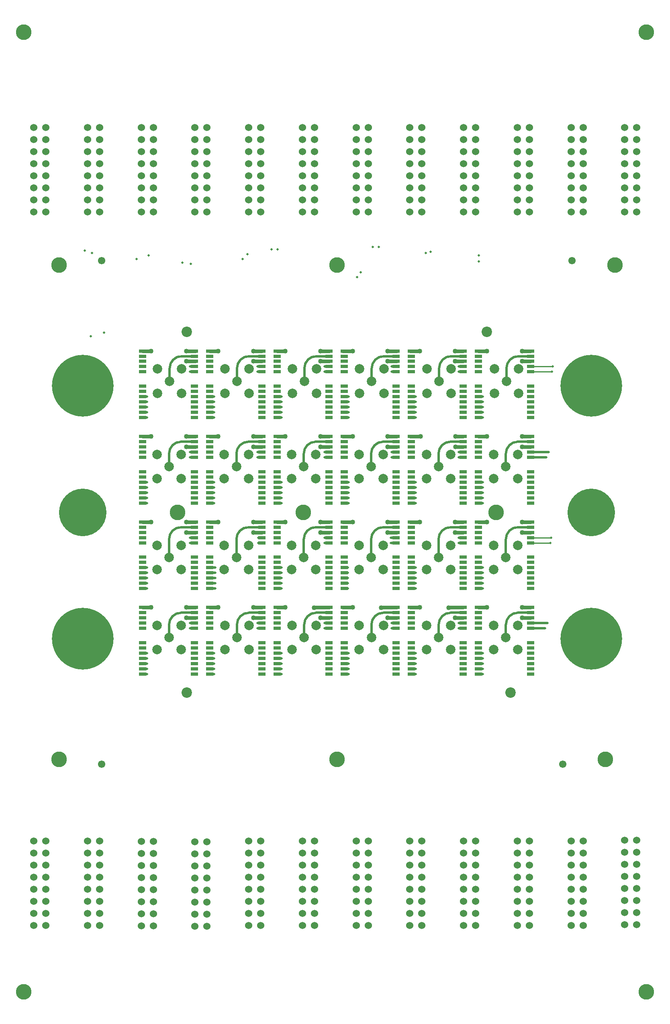
<source format=gtl>
G04*
G04 #@! TF.GenerationSoftware,Altium Limited,Altium Designer,23.7.1 (13)*
G04*
G04 Layer_Physical_Order=1*
G04 Layer_Color=255*
%FSLAX44Y44*%
%MOMM*%
G71*
G04*
G04 #@! TF.SameCoordinates,18148A51-D3F6-497A-8191-E25F5C0AB562*
G04*
G04*
G04 #@! TF.FilePolarity,Positive*
G04*
G01*
G75*
%ADD11C,0.2540*%
%ADD12R,1.5000X0.8000*%
%ADD24C,0.5080*%
%ADD25C,0.7620*%
%ADD26C,2.0000*%
%ADD27C,1.5240*%
%ADD28C,13.0000*%
%ADD29C,2.2000*%
%ADD30C,3.3000*%
%ADD31C,1.5500*%
%ADD32C,2.2000*%
%ADD33C,13.0017*%
%ADD34C,10.0000*%
%ADD35C,3.3000*%
%ADD36C,0.5080*%
%ADD37C,1.0160*%
D11*
X1091466Y1345996D02*
X1137970D01*
X1091466Y1334996D02*
X1136622D01*
X1091466Y975020D02*
X1133636D01*
X1091466Y986020D02*
X1134984D01*
D12*
X666666Y878796D02*
D03*
Y889796D02*
D03*
Y900796D02*
D03*
Y911796D02*
D03*
Y922796D02*
D03*
Y933796D02*
D03*
Y944796D02*
D03*
Y974996D02*
D03*
Y985996D02*
D03*
Y996996D02*
D03*
Y1007996D02*
D03*
Y1018996D02*
D03*
X557266D02*
D03*
Y1007996D02*
D03*
Y996996D02*
D03*
Y985996D02*
D03*
Y974996D02*
D03*
Y944796D02*
D03*
Y933796D02*
D03*
Y922796D02*
D03*
Y911796D02*
D03*
Y900796D02*
D03*
Y889796D02*
D03*
Y878796D02*
D03*
X840466D02*
D03*
Y889796D02*
D03*
Y900796D02*
D03*
Y911796D02*
D03*
Y922796D02*
D03*
Y933796D02*
D03*
Y944796D02*
D03*
Y974996D02*
D03*
Y985996D02*
D03*
Y996996D02*
D03*
Y1007996D02*
D03*
Y1018996D02*
D03*
X949866D02*
D03*
Y1007996D02*
D03*
Y996996D02*
D03*
Y985996D02*
D03*
Y974996D02*
D03*
Y944796D02*
D03*
Y933796D02*
D03*
Y922796D02*
D03*
Y911796D02*
D03*
Y900796D02*
D03*
Y889796D02*
D03*
Y878796D02*
D03*
X1091466Y1238796D02*
D03*
Y1249796D02*
D03*
Y1260796D02*
D03*
Y1271796D02*
D03*
Y1282796D02*
D03*
Y1293796D02*
D03*
Y1304796D02*
D03*
Y1334996D02*
D03*
Y1345996D02*
D03*
Y1356996D02*
D03*
Y1367996D02*
D03*
Y1378996D02*
D03*
X982066D02*
D03*
Y1367996D02*
D03*
Y1356996D02*
D03*
Y1345996D02*
D03*
Y1334996D02*
D03*
Y1304796D02*
D03*
Y1293796D02*
D03*
Y1282796D02*
D03*
Y1271796D02*
D03*
Y1260796D02*
D03*
Y1249796D02*
D03*
Y1238796D02*
D03*
X840466Y698796D02*
D03*
Y709796D02*
D03*
Y720796D02*
D03*
Y731796D02*
D03*
Y742796D02*
D03*
Y753796D02*
D03*
Y764796D02*
D03*
Y794996D02*
D03*
Y805996D02*
D03*
Y816996D02*
D03*
Y827996D02*
D03*
Y838996D02*
D03*
X949866D02*
D03*
Y827996D02*
D03*
Y816996D02*
D03*
Y805996D02*
D03*
Y794996D02*
D03*
Y764796D02*
D03*
Y753796D02*
D03*
Y742796D02*
D03*
Y731796D02*
D03*
Y720796D02*
D03*
Y709796D02*
D03*
Y698796D02*
D03*
X1091466Y1058796D02*
D03*
Y1069796D02*
D03*
Y1080796D02*
D03*
Y1091796D02*
D03*
Y1102796D02*
D03*
Y1113796D02*
D03*
Y1124796D02*
D03*
Y1154996D02*
D03*
Y1165996D02*
D03*
Y1176996D02*
D03*
Y1187996D02*
D03*
Y1198996D02*
D03*
X982066D02*
D03*
Y1187996D02*
D03*
Y1176996D02*
D03*
Y1165996D02*
D03*
Y1154996D02*
D03*
Y1124796D02*
D03*
Y1113796D02*
D03*
Y1102796D02*
D03*
Y1091796D02*
D03*
Y1080796D02*
D03*
Y1069796D02*
D03*
Y1058796D02*
D03*
X698866Y698796D02*
D03*
Y709796D02*
D03*
Y720796D02*
D03*
Y731796D02*
D03*
Y742796D02*
D03*
Y753796D02*
D03*
Y764796D02*
D03*
Y794996D02*
D03*
Y805996D02*
D03*
Y816996D02*
D03*
Y827996D02*
D03*
Y838996D02*
D03*
X808266D02*
D03*
Y827996D02*
D03*
Y816996D02*
D03*
Y805996D02*
D03*
Y794996D02*
D03*
Y764796D02*
D03*
Y753796D02*
D03*
Y742796D02*
D03*
Y731796D02*
D03*
Y720796D02*
D03*
Y709796D02*
D03*
Y698796D02*
D03*
X1091466Y878796D02*
D03*
Y889796D02*
D03*
Y900796D02*
D03*
Y911796D02*
D03*
Y922796D02*
D03*
Y933796D02*
D03*
Y944796D02*
D03*
Y974996D02*
D03*
Y985996D02*
D03*
Y996996D02*
D03*
Y1007996D02*
D03*
Y1018996D02*
D03*
X982066D02*
D03*
Y1007996D02*
D03*
Y996996D02*
D03*
Y985996D02*
D03*
Y974996D02*
D03*
Y944796D02*
D03*
Y933796D02*
D03*
Y922796D02*
D03*
Y911796D02*
D03*
Y900796D02*
D03*
Y889796D02*
D03*
Y878796D02*
D03*
X698866D02*
D03*
Y889796D02*
D03*
Y900796D02*
D03*
Y911796D02*
D03*
Y922796D02*
D03*
Y933796D02*
D03*
Y944796D02*
D03*
Y974996D02*
D03*
Y985996D02*
D03*
Y996996D02*
D03*
Y1007996D02*
D03*
Y1018996D02*
D03*
X808266D02*
D03*
Y1007996D02*
D03*
Y996996D02*
D03*
Y985996D02*
D03*
Y974996D02*
D03*
Y944796D02*
D03*
Y933796D02*
D03*
Y922796D02*
D03*
Y911796D02*
D03*
Y900796D02*
D03*
Y889796D02*
D03*
Y878796D02*
D03*
X949866Y1238796D02*
D03*
Y1249796D02*
D03*
Y1260796D02*
D03*
Y1271796D02*
D03*
Y1282796D02*
D03*
Y1293796D02*
D03*
Y1304796D02*
D03*
Y1334996D02*
D03*
Y1345996D02*
D03*
Y1356996D02*
D03*
Y1367996D02*
D03*
Y1378996D02*
D03*
X840466D02*
D03*
Y1367996D02*
D03*
Y1356996D02*
D03*
Y1345996D02*
D03*
Y1334996D02*
D03*
Y1304796D02*
D03*
Y1293796D02*
D03*
Y1282796D02*
D03*
Y1271796D02*
D03*
Y1260796D02*
D03*
Y1249796D02*
D03*
Y1238796D02*
D03*
X698866Y1058796D02*
D03*
Y1069796D02*
D03*
Y1080796D02*
D03*
Y1091796D02*
D03*
Y1102796D02*
D03*
Y1113796D02*
D03*
Y1124796D02*
D03*
Y1154996D02*
D03*
Y1165996D02*
D03*
Y1176996D02*
D03*
Y1187996D02*
D03*
Y1198996D02*
D03*
X808266D02*
D03*
Y1187996D02*
D03*
Y1176996D02*
D03*
Y1165996D02*
D03*
Y1154996D02*
D03*
Y1124796D02*
D03*
Y1113796D02*
D03*
Y1102796D02*
D03*
Y1091796D02*
D03*
Y1080796D02*
D03*
Y1069796D02*
D03*
Y1058796D02*
D03*
X949866D02*
D03*
Y1069796D02*
D03*
Y1080796D02*
D03*
Y1091796D02*
D03*
Y1102796D02*
D03*
Y1113796D02*
D03*
Y1124796D02*
D03*
Y1154996D02*
D03*
Y1165996D02*
D03*
Y1176996D02*
D03*
Y1187996D02*
D03*
Y1198996D02*
D03*
X840466D02*
D03*
Y1187996D02*
D03*
Y1176996D02*
D03*
Y1165996D02*
D03*
Y1154996D02*
D03*
Y1124796D02*
D03*
Y1113796D02*
D03*
Y1102796D02*
D03*
Y1091796D02*
D03*
Y1080796D02*
D03*
Y1069796D02*
D03*
Y1058796D02*
D03*
X698866Y1238796D02*
D03*
Y1249796D02*
D03*
Y1260796D02*
D03*
Y1271796D02*
D03*
Y1282796D02*
D03*
Y1293796D02*
D03*
Y1304796D02*
D03*
Y1334996D02*
D03*
Y1345996D02*
D03*
Y1356996D02*
D03*
Y1367996D02*
D03*
Y1378996D02*
D03*
X808266D02*
D03*
Y1367996D02*
D03*
Y1356996D02*
D03*
Y1345996D02*
D03*
Y1334996D02*
D03*
Y1304796D02*
D03*
Y1293796D02*
D03*
Y1282796D02*
D03*
Y1271796D02*
D03*
Y1260796D02*
D03*
Y1249796D02*
D03*
Y1238796D02*
D03*
X1091466Y698796D02*
D03*
Y709796D02*
D03*
Y720796D02*
D03*
Y731796D02*
D03*
Y742796D02*
D03*
Y753796D02*
D03*
Y764796D02*
D03*
Y794996D02*
D03*
Y805996D02*
D03*
Y816996D02*
D03*
Y827996D02*
D03*
Y838996D02*
D03*
X982066D02*
D03*
Y827996D02*
D03*
Y816996D02*
D03*
Y805996D02*
D03*
Y794996D02*
D03*
Y764796D02*
D03*
Y753796D02*
D03*
Y742796D02*
D03*
Y731796D02*
D03*
Y720796D02*
D03*
Y709796D02*
D03*
Y698796D02*
D03*
X415666Y878796D02*
D03*
Y889796D02*
D03*
Y900796D02*
D03*
Y911796D02*
D03*
Y922796D02*
D03*
Y933796D02*
D03*
Y944796D02*
D03*
Y974996D02*
D03*
Y985996D02*
D03*
Y996996D02*
D03*
Y1007996D02*
D03*
Y1018996D02*
D03*
X525066D02*
D03*
Y1007996D02*
D03*
Y996996D02*
D03*
Y985996D02*
D03*
Y974996D02*
D03*
Y944796D02*
D03*
Y933796D02*
D03*
Y922796D02*
D03*
Y911796D02*
D03*
Y900796D02*
D03*
Y889796D02*
D03*
Y878796D02*
D03*
X666666Y1238796D02*
D03*
Y1249796D02*
D03*
Y1260796D02*
D03*
Y1271796D02*
D03*
Y1282796D02*
D03*
Y1293796D02*
D03*
Y1304796D02*
D03*
Y1334996D02*
D03*
Y1345996D02*
D03*
Y1356996D02*
D03*
Y1367996D02*
D03*
Y1378996D02*
D03*
X557266D02*
D03*
Y1367996D02*
D03*
Y1356996D02*
D03*
Y1345996D02*
D03*
Y1334996D02*
D03*
Y1304796D02*
D03*
Y1293796D02*
D03*
Y1282796D02*
D03*
Y1271796D02*
D03*
Y1260796D02*
D03*
Y1249796D02*
D03*
Y1238796D02*
D03*
X415666Y698796D02*
D03*
Y709796D02*
D03*
Y720796D02*
D03*
Y731796D02*
D03*
Y742796D02*
D03*
Y753796D02*
D03*
Y764796D02*
D03*
Y794996D02*
D03*
Y805996D02*
D03*
Y816996D02*
D03*
Y827996D02*
D03*
Y838996D02*
D03*
X525066D02*
D03*
Y827996D02*
D03*
Y816996D02*
D03*
Y805996D02*
D03*
Y794996D02*
D03*
Y764796D02*
D03*
Y753796D02*
D03*
Y742796D02*
D03*
Y731796D02*
D03*
Y720796D02*
D03*
Y709796D02*
D03*
Y698796D02*
D03*
X666666Y1058796D02*
D03*
Y1069796D02*
D03*
Y1080796D02*
D03*
Y1091796D02*
D03*
Y1102796D02*
D03*
Y1113796D02*
D03*
Y1124796D02*
D03*
Y1154996D02*
D03*
Y1165996D02*
D03*
Y1176996D02*
D03*
Y1187996D02*
D03*
Y1198996D02*
D03*
X557266D02*
D03*
Y1187996D02*
D03*
Y1176996D02*
D03*
Y1165996D02*
D03*
Y1154996D02*
D03*
Y1124796D02*
D03*
Y1113796D02*
D03*
Y1102796D02*
D03*
Y1091796D02*
D03*
Y1080796D02*
D03*
Y1069796D02*
D03*
Y1058796D02*
D03*
X274066Y1238796D02*
D03*
Y1249796D02*
D03*
Y1260796D02*
D03*
Y1271796D02*
D03*
Y1282796D02*
D03*
Y1293796D02*
D03*
Y1304796D02*
D03*
Y1334996D02*
D03*
Y1345996D02*
D03*
Y1356996D02*
D03*
Y1367996D02*
D03*
Y1378996D02*
D03*
X383466D02*
D03*
Y1367996D02*
D03*
Y1356996D02*
D03*
Y1345996D02*
D03*
Y1334996D02*
D03*
Y1304796D02*
D03*
Y1293796D02*
D03*
Y1282796D02*
D03*
Y1271796D02*
D03*
Y1260796D02*
D03*
Y1249796D02*
D03*
Y1238796D02*
D03*
X666666Y698796D02*
D03*
Y709796D02*
D03*
Y720796D02*
D03*
Y731796D02*
D03*
Y742796D02*
D03*
Y753796D02*
D03*
Y764796D02*
D03*
Y794996D02*
D03*
Y805996D02*
D03*
Y816996D02*
D03*
Y827996D02*
D03*
Y838996D02*
D03*
X557266D02*
D03*
Y827996D02*
D03*
Y816996D02*
D03*
Y805996D02*
D03*
Y794996D02*
D03*
Y764796D02*
D03*
Y753796D02*
D03*
Y742796D02*
D03*
Y731796D02*
D03*
Y720796D02*
D03*
Y709796D02*
D03*
Y698796D02*
D03*
X274066Y1058796D02*
D03*
Y1069796D02*
D03*
Y1080796D02*
D03*
Y1091796D02*
D03*
Y1102796D02*
D03*
Y1113796D02*
D03*
Y1124796D02*
D03*
Y1154996D02*
D03*
Y1165996D02*
D03*
Y1176996D02*
D03*
Y1187996D02*
D03*
Y1198996D02*
D03*
X383466D02*
D03*
Y1187996D02*
D03*
Y1176996D02*
D03*
Y1165996D02*
D03*
Y1154996D02*
D03*
Y1124796D02*
D03*
Y1113796D02*
D03*
Y1102796D02*
D03*
Y1091796D02*
D03*
Y1080796D02*
D03*
Y1069796D02*
D03*
Y1058796D02*
D03*
X525066Y1238796D02*
D03*
Y1249796D02*
D03*
Y1260796D02*
D03*
Y1271796D02*
D03*
Y1282796D02*
D03*
Y1293796D02*
D03*
Y1304796D02*
D03*
Y1334996D02*
D03*
Y1345996D02*
D03*
Y1356996D02*
D03*
Y1367996D02*
D03*
Y1378996D02*
D03*
X415666D02*
D03*
Y1367996D02*
D03*
Y1356996D02*
D03*
Y1345996D02*
D03*
Y1334996D02*
D03*
Y1304796D02*
D03*
Y1293796D02*
D03*
Y1282796D02*
D03*
Y1271796D02*
D03*
Y1260796D02*
D03*
Y1249796D02*
D03*
Y1238796D02*
D03*
X274066Y878796D02*
D03*
Y889796D02*
D03*
Y900796D02*
D03*
Y911796D02*
D03*
Y922796D02*
D03*
Y933796D02*
D03*
Y944796D02*
D03*
Y974996D02*
D03*
Y985996D02*
D03*
Y996996D02*
D03*
Y1007996D02*
D03*
Y1018996D02*
D03*
X383466D02*
D03*
Y1007996D02*
D03*
Y996996D02*
D03*
Y985996D02*
D03*
Y974996D02*
D03*
Y944796D02*
D03*
Y933796D02*
D03*
Y922796D02*
D03*
Y911796D02*
D03*
Y900796D02*
D03*
Y889796D02*
D03*
Y878796D02*
D03*
X525066Y1058796D02*
D03*
Y1069796D02*
D03*
Y1080796D02*
D03*
Y1091796D02*
D03*
Y1102796D02*
D03*
Y1113796D02*
D03*
Y1124796D02*
D03*
Y1154996D02*
D03*
Y1165996D02*
D03*
Y1176996D02*
D03*
Y1187996D02*
D03*
Y1198996D02*
D03*
X415666D02*
D03*
Y1187996D02*
D03*
Y1176996D02*
D03*
Y1165996D02*
D03*
Y1154996D02*
D03*
Y1124796D02*
D03*
Y1113796D02*
D03*
Y1102796D02*
D03*
Y1091796D02*
D03*
Y1080796D02*
D03*
Y1069796D02*
D03*
Y1058796D02*
D03*
X274066Y698796D02*
D03*
Y709796D02*
D03*
Y720796D02*
D03*
Y731796D02*
D03*
Y742796D02*
D03*
Y753796D02*
D03*
Y764796D02*
D03*
Y794996D02*
D03*
Y805996D02*
D03*
Y816996D02*
D03*
Y827996D02*
D03*
Y838996D02*
D03*
X383466D02*
D03*
Y827996D02*
D03*
Y816996D02*
D03*
Y805996D02*
D03*
Y794996D02*
D03*
Y764796D02*
D03*
Y753796D02*
D03*
Y742796D02*
D03*
Y731796D02*
D03*
Y720796D02*
D03*
Y709796D02*
D03*
Y698796D02*
D03*
D24*
X1066302Y1367996D02*
G03*
X1040902Y1342596I0J-25400D01*
G01*
X924316Y1367996D02*
G03*
X898916Y1342596I0J-25400D01*
G01*
X782330Y1367996D02*
G03*
X756930Y1342596I0J-25400D01*
G01*
X640344Y1367996D02*
G03*
X614944Y1342596I0J-25400D01*
G01*
X498358Y1367996D02*
G03*
X472958Y1342596I0J-25400D01*
G01*
X356372Y1367996D02*
G03*
X330972Y1342596I0J-25400D01*
G01*
X1065032Y1187996D02*
G03*
X1039632Y1162596I0J-25400D01*
G01*
X1065032Y1007996D02*
G03*
X1039632Y982596I0J-25400D01*
G01*
X1065032Y827996D02*
G03*
X1039632Y802596I0J-25400D01*
G01*
X923300Y827996D02*
G03*
X897900Y802596I0J-25400D01*
G01*
X923046Y1007996D02*
G03*
X897646Y982596I0J-25400D01*
G01*
X781060Y1007996D02*
G03*
X755660Y982596I0J-25400D01*
G01*
X781568Y827996D02*
G03*
X756168Y802596I0J-25400D01*
G01*
X639836Y827996D02*
G03*
X614436Y802596I0J-25400D01*
G01*
X639074Y1007996D02*
G03*
X613674Y982596I0J-25400D01*
G01*
X497088Y1007996D02*
G03*
X471688Y982596I0J-25400D01*
G01*
X355102Y1007996D02*
G03*
X329702Y982596I0J-25400D01*
G01*
X355102Y827996D02*
G03*
X329702Y802596I0J-25400D01*
G01*
X498104Y827996D02*
G03*
X472704Y802596I0J-25400D01*
G01*
X497088Y1187996D02*
G03*
X471688Y1162596I0J-25400D01*
G01*
X639074Y1187996D02*
G03*
X613674Y1162596I0J-25400D01*
G01*
X781060Y1187996D02*
G03*
X755660Y1162596I0J-25400D01*
G01*
X923046Y1187996D02*
G03*
X897646Y1162596I0J-25400D01*
G01*
X355102Y1187996D02*
G03*
X329702Y1162596I0J-25400D01*
G01*
X1040902Y1315466D02*
Y1342596D01*
X1066302Y1367996D02*
X1091466D01*
X898916Y1315466D02*
Y1342596D01*
X924316Y1367996D02*
X949866D01*
X756930Y1315466D02*
Y1342596D01*
X782330Y1367996D02*
X810260D01*
X614944Y1315466D02*
Y1342596D01*
X640344Y1367996D02*
X668020D01*
X472958Y1315466D02*
Y1342596D01*
X498358Y1367996D02*
X525066D01*
X330972Y1315466D02*
Y1342596D01*
X356372Y1367996D02*
X386080D01*
X1039632Y1135465D02*
Y1162596D01*
X1065032Y1187996D02*
X1091466D01*
X1039632Y944541D02*
Y982596D01*
X1065032Y1007996D02*
X1091466D01*
X1039632Y775462D02*
Y802596D01*
X1065032Y827996D02*
X1091466D01*
X897900Y775462D02*
Y802596D01*
X923300Y827996D02*
X949866D01*
X897646Y944541D02*
Y982596D01*
X923046Y1007996D02*
X949866D01*
X755660Y944541D02*
Y982596D01*
X781060Y1007996D02*
X810260D01*
X756168Y775462D02*
Y802596D01*
X781568Y827996D02*
X810260D01*
X614436Y775462D02*
Y802596D01*
X639836Y827996D02*
X668020D01*
X613674Y944541D02*
Y982596D01*
X639074Y1007996D02*
X668020D01*
X471688Y944541D02*
Y982596D01*
X497088Y1007996D02*
X525066D01*
X329702Y944541D02*
Y982596D01*
X355102Y1007996D02*
X386080D01*
X329702Y775462D02*
Y802596D01*
X355102Y827996D02*
X386080D01*
X472704Y775462D02*
Y802596D01*
X498104Y827996D02*
X525066D01*
X982066Y1238796D02*
X991458D01*
X982066Y1249796D02*
X991458D01*
X982066Y1260796D02*
X991458D01*
X982066Y1271796D02*
X991458D01*
X982066Y1282796D02*
X991458D01*
X838200D02*
X849858D01*
X838200Y1271796D02*
X849858D01*
X838200Y1260796D02*
X849858D01*
X838200Y1249796D02*
X849858D01*
X838200Y1238796D02*
X849858D01*
X940474Y1345996D02*
X949866D01*
X940474Y1334996D02*
X949866D01*
X982066Y1058796D02*
X991458D01*
X982066Y1069796D02*
X991458D01*
X982066Y1080796D02*
X991458D01*
X982066Y1091796D02*
X991458D01*
X982066Y1102796D02*
X991458D01*
X940474Y1154996D02*
X949866D01*
X940474Y1165996D02*
X949866D01*
X838200Y1058796D02*
X849858D01*
X838200Y1069796D02*
X849858D01*
X838200Y1080796D02*
X849858D01*
X838200Y1091796D02*
X849858D01*
X838200Y1102796D02*
X849858D01*
X798874Y1154996D02*
X810260D01*
X798874Y1165996D02*
X810260D01*
X695960Y1058796D02*
X708258D01*
X695960Y1069796D02*
X708258D01*
X695960Y1080796D02*
X708258D01*
X695960Y1091796D02*
X708258D01*
X695960Y1102796D02*
X708258D01*
X657274Y1154996D02*
X668020D01*
X657274Y1165996D02*
X668020D01*
X557266Y1058796D02*
X566658D01*
X557266Y1069796D02*
X566658D01*
X557266Y1080796D02*
X566658D01*
X557266Y1091796D02*
X566658D01*
X557266Y1102796D02*
X566658D01*
X515674Y1154996D02*
X525066D01*
X515674Y1165996D02*
X525066D01*
X415666Y1058796D02*
X425058D01*
X415666Y1069796D02*
X425058D01*
X415666Y1080796D02*
X425058D01*
X415666Y1091796D02*
X425058D01*
X415666Y1102796D02*
X425058D01*
X374074Y1154996D02*
X386080D01*
X374074Y1165996D02*
X386080D01*
X274066Y1058796D02*
X283458D01*
X274066Y1069796D02*
X283458D01*
X274066Y1080796D02*
X283458D01*
X274066Y1091796D02*
X283458D01*
X274066Y1102796D02*
X283458D01*
X374074Y974996D02*
X386080D01*
X374074Y985996D02*
X386080D01*
X274066Y878796D02*
X283458D01*
X274066Y889796D02*
X283458D01*
X274066Y900796D02*
X283458D01*
X274066Y911796D02*
X283458D01*
X274066Y922796D02*
X283458D01*
X374074Y794996D02*
X386080D01*
X374074Y805996D02*
X386080D01*
X274066Y698796D02*
X283458D01*
X274066Y709796D02*
X283458D01*
X274066Y720796D02*
X283458D01*
X274066Y731796D02*
X283458D01*
X274066Y742796D02*
X283458D01*
X515674Y794996D02*
X525066D01*
X515674Y805996D02*
X525066D01*
X415666Y698796D02*
X425058D01*
X415666Y709796D02*
X425058D01*
X415666Y720796D02*
X425058D01*
X415666Y731796D02*
X425058D01*
X415666Y742796D02*
X425058D01*
X657274Y794996D02*
X668020D01*
X657274Y805996D02*
X668020D01*
X557266Y698796D02*
X566658D01*
X557266Y709796D02*
X566658D01*
X557266Y720796D02*
X566658D01*
X557266Y731796D02*
X566658D01*
X557266Y742796D02*
X566658D01*
X798874Y794996D02*
X810260D01*
X798874Y805996D02*
X810260D01*
X695960Y698796D02*
X708258D01*
X695960Y709796D02*
X708258D01*
X695960Y720796D02*
X708258D01*
X695960Y731796D02*
X708258D01*
X695960Y742796D02*
X708258D01*
X940474Y794996D02*
X949866D01*
X940474Y805996D02*
X949866D01*
X838200Y698796D02*
X849858D01*
X838200Y709796D02*
X849858D01*
X838200Y720796D02*
X849858D01*
X838200Y731796D02*
X849858D01*
X838200Y742796D02*
X849858D01*
X982066Y698796D02*
X991458D01*
X982066Y709796D02*
X991458D01*
X982066Y720796D02*
X991458D01*
X982066Y731796D02*
X991458D01*
X982066Y742796D02*
X991458D01*
X982066Y878796D02*
X991458D01*
X982066Y889796D02*
X991458D01*
X982066Y900796D02*
X991458D01*
X982066Y911796D02*
X991458D01*
X982066Y922796D02*
X991458D01*
X940474Y974996D02*
X949866D01*
X940474Y985996D02*
X949866D01*
X838200Y878796D02*
X849858D01*
X838200Y889796D02*
X849858D01*
X838200Y900796D02*
X849858D01*
X838200Y911796D02*
X849858D01*
X838200Y922796D02*
X849858D01*
X797148Y975040D02*
X810260D01*
X797148Y986040D02*
X810260D01*
X695960Y878840D02*
X706532D01*
X657274Y974996D02*
X668020D01*
X657274Y985996D02*
X668020D01*
X557266Y878796D02*
X566658D01*
X557266Y889796D02*
X566658D01*
X557266Y900796D02*
X566658D01*
X557266Y911796D02*
X566658D01*
X557266Y922796D02*
X566658D01*
X415666Y878840D02*
X427132D01*
X415666Y889840D02*
X427132D01*
X415666Y900840D02*
X427132D01*
X415666Y911840D02*
X427132D01*
X415666Y922840D02*
X427132D01*
X374074Y1334996D02*
X386080D01*
X374074Y1345996D02*
X386080D01*
X274066Y1238796D02*
X283458D01*
X274066Y1249796D02*
X283458D01*
X274066Y1260796D02*
X283458D01*
X274066Y1271796D02*
X283458D01*
X274066Y1282796D02*
X283458D01*
X515674Y1334996D02*
X525066D01*
X515674Y1345996D02*
X525066D01*
X415666Y1238796D02*
X425058D01*
X415666Y1249796D02*
X425058D01*
X415666Y1260796D02*
X425058D01*
X415666Y1271796D02*
X425058D01*
X415666Y1282796D02*
X425058D01*
X657274Y1334996D02*
X668020D01*
X657274Y1345996D02*
X668020D01*
X557266Y1238796D02*
X566658D01*
X557266Y1249796D02*
X566658D01*
X557266Y1260796D02*
X566658D01*
X557266Y1271796D02*
X566658D01*
X557266Y1282796D02*
X566658D01*
X798874Y1334996D02*
X810260D01*
X798874Y1345996D02*
X810260D01*
X695960Y1238796D02*
X708258D01*
X695960Y1249796D02*
X708258D01*
X695960Y1260796D02*
X708258D01*
X695960Y1271796D02*
X708258D01*
X695960Y1282796D02*
X708258D01*
X1091466Y1154996D02*
X1125220D01*
X1091466Y1165996D02*
X1130300D01*
X1091466Y806020D02*
X1127314D01*
X1091466Y795020D02*
X1122234D01*
X517748Y975040D02*
X525066D01*
X517748Y986040D02*
X525066D01*
X695960Y922840D02*
X706532D01*
X695960Y911840D02*
X706532D01*
X695960Y900840D02*
X706532D01*
X695960Y889840D02*
X706532D01*
X471688Y1135465D02*
Y1162596D01*
X497088Y1187996D02*
X525066D01*
X613674Y1135465D02*
Y1162596D01*
X639074Y1187996D02*
X668020D01*
X755660Y1135465D02*
Y1162596D01*
X781060Y1187996D02*
X810260D01*
X897646Y1135465D02*
Y1162596D01*
X923046Y1187996D02*
X949866D01*
X329702Y1135465D02*
Y1162596D01*
X355102Y1187996D02*
X386080D01*
D25*
X274066Y1018996D02*
X291644D01*
X365888D02*
X386080D01*
X365888Y996996D02*
X386080D01*
X507488Y996540D02*
X525066D01*
X507488Y1018540D02*
X525066D01*
X415666D02*
X433244D01*
X649088Y996996D02*
X668020D01*
X557266Y1018996D02*
X574844D01*
X790688Y996996D02*
X810260D01*
X790688Y1018996D02*
X810260D01*
X695960D02*
X716444D01*
X1073888Y996996D02*
X1091466D01*
X1073888Y1018996D02*
X1091466D01*
X982066D02*
X999644D01*
X932288Y996996D02*
X949866D01*
X932288Y1018996D02*
X949866D01*
X838200D02*
X858044D01*
X365888Y816996D02*
X386080D01*
X365888Y838996D02*
X386080D01*
X274066D02*
X291644D01*
X507488Y816996D02*
X525066D01*
X415666Y838996D02*
X433244D01*
X790688Y816996D02*
X810260D01*
X695960Y838996D02*
X716444D01*
X1073888Y816996D02*
X1091466D01*
X1073888Y838996D02*
X1091466D01*
X982066D02*
X999644D01*
X365888Y1176996D02*
X386080D01*
X365888Y1198996D02*
X386080D01*
X274066D02*
X291644D01*
X649088Y1176996D02*
X668020D01*
X649088Y1198996D02*
X668020D01*
X557266D02*
X574844D01*
X790688Y1176996D02*
X810260D01*
X790688Y1198996D02*
X810260D01*
X695960D02*
X716444D01*
X933742Y1176880D02*
X949866D01*
X933742Y1198880D02*
X949866D01*
X838200D02*
X859498D01*
X1073888Y1176996D02*
X1091466D01*
X1073888Y1198996D02*
X1091466D01*
X982066D02*
X999644D01*
X1073888Y1356996D02*
X1091466D01*
X1073888Y1378996D02*
X1091466D01*
X982066D02*
X999644D01*
X932288Y1356996D02*
X949866D01*
X932288Y1378996D02*
X949866D01*
X838200D02*
X858044D01*
X790688Y1356996D02*
X810260D01*
X790688Y1378996D02*
X810260D01*
X695960D02*
X716444D01*
X649088Y1356996D02*
X668020D01*
X649088Y1378996D02*
X668020D01*
X557266D02*
X574844D01*
X507488Y1356996D02*
X525066D01*
X507488Y1378996D02*
X525066D01*
X415666D02*
X433244D01*
X365888D02*
X386080D01*
X274066D02*
X291644D01*
X649088Y816996D02*
X668020D01*
X557266Y838996D02*
X574844D01*
X778036D02*
X810260D01*
X636436D02*
X668020D01*
X838200D02*
X858044D01*
X919636D02*
X949866D01*
X932288Y816996D02*
X949866D01*
X649088Y1018996D02*
X668020D01*
X415666Y1198996D02*
X433244D01*
X507488D02*
X525066D01*
X365888Y1356996D02*
X386080D01*
X507488Y838996D02*
X525066D01*
X507488Y1176996D02*
X525066D01*
D26*
X446188Y1160965D02*
D03*
Y1109965D02*
D03*
X497188D02*
D03*
Y1160965D02*
D03*
X471688Y1135465D02*
D03*
X1015402Y1340966D02*
D03*
Y1289966D02*
D03*
X1066402D02*
D03*
Y1340966D02*
D03*
X1040902Y1315466D02*
D03*
X923146Y919042D02*
D03*
Y970041D02*
D03*
X872146D02*
D03*
Y919042D02*
D03*
X897646Y944541D02*
D03*
X589444Y1340966D02*
D03*
Y1289966D02*
D03*
X640444D02*
D03*
Y1340966D02*
D03*
X614944Y1315466D02*
D03*
X497188Y919042D02*
D03*
Y970041D02*
D03*
X446188D02*
D03*
Y919042D02*
D03*
X471688Y944541D02*
D03*
X1014132Y1160965D02*
D03*
Y1109965D02*
D03*
X1065132D02*
D03*
Y1160965D02*
D03*
X1039632Y1135465D02*
D03*
X923400Y749962D02*
D03*
Y800962D02*
D03*
X872400D02*
D03*
Y749962D02*
D03*
X897900Y775462D02*
D03*
X588174Y1160965D02*
D03*
Y1109965D02*
D03*
X639174D02*
D03*
Y1160965D02*
D03*
X613674Y1135465D02*
D03*
X498204Y749962D02*
D03*
Y800962D02*
D03*
X447204D02*
D03*
Y749962D02*
D03*
X472704Y775462D02*
D03*
X1065132Y919042D02*
D03*
Y970041D02*
D03*
X1014132D02*
D03*
Y919042D02*
D03*
X1039632Y944541D02*
D03*
X781668Y749962D02*
D03*
Y800962D02*
D03*
X730668D02*
D03*
Y749962D02*
D03*
X756168Y775462D02*
D03*
X639174Y919042D02*
D03*
Y970041D02*
D03*
X588174D02*
D03*
Y919042D02*
D03*
X613674Y944541D02*
D03*
X305472Y1340966D02*
D03*
Y1289966D02*
D03*
X356472D02*
D03*
Y1340966D02*
D03*
X330972Y1315466D02*
D03*
X1065132Y749962D02*
D03*
Y800962D02*
D03*
X1014132D02*
D03*
Y749962D02*
D03*
X1039632Y775462D02*
D03*
X639936Y749962D02*
D03*
Y800962D02*
D03*
X588936D02*
D03*
Y749962D02*
D03*
X614436Y775462D02*
D03*
X781160Y919042D02*
D03*
Y970041D02*
D03*
X730160D02*
D03*
Y919042D02*
D03*
X755660Y944541D02*
D03*
X304202Y1160965D02*
D03*
Y1109965D02*
D03*
X355202D02*
D03*
Y1160965D02*
D03*
X329702Y1135465D02*
D03*
X873416Y1340966D02*
D03*
Y1289966D02*
D03*
X924416D02*
D03*
Y1340966D02*
D03*
X898916Y1315466D02*
D03*
X447458Y1340966D02*
D03*
Y1289966D02*
D03*
X498458D02*
D03*
Y1340966D02*
D03*
X472958Y1315466D02*
D03*
X730160Y1160965D02*
D03*
Y1109965D02*
D03*
X781160D02*
D03*
Y1160965D02*
D03*
X755660Y1135465D02*
D03*
X355202Y919042D02*
D03*
Y970041D02*
D03*
X304202D02*
D03*
Y919042D02*
D03*
X329702Y944541D02*
D03*
X872146Y1160965D02*
D03*
Y1109965D02*
D03*
X923146D02*
D03*
Y1160965D02*
D03*
X897646Y1135465D02*
D03*
X731430Y1340966D02*
D03*
Y1289966D02*
D03*
X782430D02*
D03*
Y1340966D02*
D03*
X756930Y1315466D02*
D03*
X355202Y749962D02*
D03*
Y800962D02*
D03*
X304202D02*
D03*
Y749962D02*
D03*
X329702Y775462D02*
D03*
D27*
X183120Y1849117D02*
D03*
X157720D02*
D03*
X183120Y1823717D02*
D03*
X157720D02*
D03*
X183120Y1798318D02*
D03*
X157720D02*
D03*
X183120Y1772917D02*
D03*
X157720D02*
D03*
X183120Y1747518D02*
D03*
X157720D02*
D03*
X183120Y1722117D02*
D03*
X157720D02*
D03*
X183120Y1696718D02*
D03*
X157720D02*
D03*
X183120Y1671317D02*
D03*
X157720D02*
D03*
X1315720Y1849117D02*
D03*
X1290320D02*
D03*
X1315720Y1823717D02*
D03*
X1290320D02*
D03*
X1315720Y1798318D02*
D03*
X1290320D02*
D03*
X1315720Y1772917D02*
D03*
X1290320D02*
D03*
X1315720Y1747518D02*
D03*
X1290320D02*
D03*
X1315720Y1722117D02*
D03*
X1290320D02*
D03*
X1315720Y1696718D02*
D03*
X1290320D02*
D03*
X1315720Y1671317D02*
D03*
X1290320D02*
D03*
X1089200Y347215D02*
D03*
X1063800D02*
D03*
X1089200Y321815D02*
D03*
X1063800D02*
D03*
X1089200Y296416D02*
D03*
X1063800D02*
D03*
X1089200Y271015D02*
D03*
X1063800D02*
D03*
X1089200Y245616D02*
D03*
X1063800D02*
D03*
X1089200Y220215D02*
D03*
X1063800D02*
D03*
X1089200Y194816D02*
D03*
X1063800D02*
D03*
X1089200Y169415D02*
D03*
X1063800D02*
D03*
X636160Y1849117D02*
D03*
X610760D02*
D03*
X636160Y1823717D02*
D03*
X610760D02*
D03*
X636160Y1798318D02*
D03*
X610760D02*
D03*
X636160Y1772917D02*
D03*
X610760D02*
D03*
X636160Y1747518D02*
D03*
X610760D02*
D03*
X636160Y1722117D02*
D03*
X610760D02*
D03*
X636160Y1696718D02*
D03*
X610760D02*
D03*
X636160Y1671317D02*
D03*
X610760D02*
D03*
X409640Y345440D02*
D03*
X384240D02*
D03*
X409640Y320040D02*
D03*
X384240D02*
D03*
X409640Y294640D02*
D03*
X384240D02*
D03*
X409640Y269240D02*
D03*
X384240D02*
D03*
X409640Y243840D02*
D03*
X384240D02*
D03*
X409640Y218440D02*
D03*
X384240D02*
D03*
X409640Y193040D02*
D03*
X384240D02*
D03*
X409640Y167640D02*
D03*
X384240D02*
D03*
X1202460Y1849117D02*
D03*
X1177060D02*
D03*
X1202460Y1823717D02*
D03*
X1177060D02*
D03*
X1202460Y1798318D02*
D03*
X1177060D02*
D03*
X1202460Y1772917D02*
D03*
X1177060D02*
D03*
X1202460Y1747518D02*
D03*
X1177060D02*
D03*
X1202460Y1722117D02*
D03*
X1177060D02*
D03*
X1202460Y1696718D02*
D03*
X1177060D02*
D03*
X1202460Y1671317D02*
D03*
X1177060D02*
D03*
X975940Y347215D02*
D03*
X950540D02*
D03*
X975940Y321815D02*
D03*
X950540D02*
D03*
X975940Y296416D02*
D03*
X950540D02*
D03*
X975940Y271015D02*
D03*
X950540D02*
D03*
X975940Y245616D02*
D03*
X950540D02*
D03*
X975940Y220215D02*
D03*
X950540D02*
D03*
X975940Y194816D02*
D03*
X950540D02*
D03*
X975940Y169415D02*
D03*
X950540D02*
D03*
X522900Y1849117D02*
D03*
X497500D02*
D03*
X522900Y1823717D02*
D03*
X497500D02*
D03*
X522900Y1798318D02*
D03*
X497500D02*
D03*
X522900Y1772917D02*
D03*
X497500D02*
D03*
X522900Y1747518D02*
D03*
X497500D02*
D03*
X522900Y1722117D02*
D03*
X497500D02*
D03*
X522900Y1696718D02*
D03*
X497500D02*
D03*
X522900Y1671317D02*
D03*
X497500D02*
D03*
X296380Y346710D02*
D03*
X270980D02*
D03*
X296380Y321310D02*
D03*
X270980D02*
D03*
X296380Y295910D02*
D03*
X270980D02*
D03*
X296380Y270510D02*
D03*
X270980D02*
D03*
X296380Y245110D02*
D03*
X270980D02*
D03*
X296380Y219710D02*
D03*
X270980D02*
D03*
X296380Y194310D02*
D03*
X270980D02*
D03*
X296380Y168910D02*
D03*
X270980D02*
D03*
X1315720Y349250D02*
D03*
X1290320D02*
D03*
X1315720Y323850D02*
D03*
X1290320D02*
D03*
X1315720Y298450D02*
D03*
X1290320D02*
D03*
X1315720Y273050D02*
D03*
X1290320D02*
D03*
X1315720Y247650D02*
D03*
X1290320D02*
D03*
X1315720Y222250D02*
D03*
X1290320D02*
D03*
X1315720Y196850D02*
D03*
X1290320D02*
D03*
X1315720Y171450D02*
D03*
X1290320D02*
D03*
X749420Y347215D02*
D03*
X724020D02*
D03*
X749420Y321815D02*
D03*
X724020D02*
D03*
X749420Y296416D02*
D03*
X724020D02*
D03*
X749420Y271015D02*
D03*
X724020D02*
D03*
X749420Y245616D02*
D03*
X724020D02*
D03*
X749420Y220215D02*
D03*
X724020D02*
D03*
X749420Y194816D02*
D03*
X724020D02*
D03*
X749420Y169415D02*
D03*
X724020D02*
D03*
X636160Y347215D02*
D03*
X610760D02*
D03*
X636160Y321815D02*
D03*
X610760D02*
D03*
X636160Y296416D02*
D03*
X610760D02*
D03*
X636160Y271015D02*
D03*
X610760D02*
D03*
X636160Y245616D02*
D03*
X610760D02*
D03*
X636160Y220215D02*
D03*
X610760D02*
D03*
X636160Y194816D02*
D03*
X610760D02*
D03*
X636160Y169415D02*
D03*
X610760D02*
D03*
X69860Y1849117D02*
D03*
X44460D02*
D03*
X69860Y1823717D02*
D03*
X44460D02*
D03*
X69860Y1798318D02*
D03*
X44460D02*
D03*
X69860Y1772917D02*
D03*
X44460D02*
D03*
X69860Y1747518D02*
D03*
X44460D02*
D03*
X69860Y1722117D02*
D03*
X44460D02*
D03*
X69860Y1696718D02*
D03*
X44460D02*
D03*
X69860Y1671317D02*
D03*
X44460D02*
D03*
X1202460Y347215D02*
D03*
X1177060D02*
D03*
X1202460Y321815D02*
D03*
X1177060D02*
D03*
X1202460Y296416D02*
D03*
X1177060D02*
D03*
X1202460Y271015D02*
D03*
X1177060D02*
D03*
X1202460Y245616D02*
D03*
X1177060D02*
D03*
X1202460Y220215D02*
D03*
X1177060D02*
D03*
X1202460Y194816D02*
D03*
X1177060D02*
D03*
X1202460Y169415D02*
D03*
X1177060D02*
D03*
X522900Y347215D02*
D03*
X497500D02*
D03*
X522900Y321815D02*
D03*
X497500D02*
D03*
X522900Y296416D02*
D03*
X497500D02*
D03*
X522900Y271015D02*
D03*
X497500D02*
D03*
X522900Y245616D02*
D03*
X497500D02*
D03*
X522900Y220215D02*
D03*
X497500D02*
D03*
X522900Y194816D02*
D03*
X497500D02*
D03*
X522900Y169415D02*
D03*
X497500D02*
D03*
X862680Y347215D02*
D03*
X837280D02*
D03*
X862680Y321815D02*
D03*
X837280D02*
D03*
X862680Y296416D02*
D03*
X837280D02*
D03*
X862680Y271015D02*
D03*
X837280D02*
D03*
X862680Y245616D02*
D03*
X837280D02*
D03*
X862680Y220215D02*
D03*
X837280D02*
D03*
X862680Y194816D02*
D03*
X837280D02*
D03*
X862680Y169415D02*
D03*
X837280D02*
D03*
X296380Y1849117D02*
D03*
X270980D02*
D03*
X296380Y1823717D02*
D03*
X270980D02*
D03*
X296380Y1798318D02*
D03*
X270980D02*
D03*
X296380Y1772917D02*
D03*
X270980D02*
D03*
X296380Y1747518D02*
D03*
X270980D02*
D03*
X296380Y1722117D02*
D03*
X270980D02*
D03*
X296380Y1696718D02*
D03*
X270980D02*
D03*
X296380Y1671317D02*
D03*
X270980D02*
D03*
X1089200Y1849117D02*
D03*
X1063800D02*
D03*
X1089200Y1823717D02*
D03*
X1063800D02*
D03*
X1089200Y1798318D02*
D03*
X1063800D02*
D03*
X1089200Y1772917D02*
D03*
X1063800D02*
D03*
X1089200Y1747518D02*
D03*
X1063800D02*
D03*
X1089200Y1722117D02*
D03*
X1063800D02*
D03*
X1089200Y1696718D02*
D03*
X1063800D02*
D03*
X1089200Y1671317D02*
D03*
X1063800D02*
D03*
X409640Y1849117D02*
D03*
X384240D02*
D03*
X409640Y1823717D02*
D03*
X384240D02*
D03*
X409640Y1798318D02*
D03*
X384240D02*
D03*
X409640Y1772917D02*
D03*
X384240D02*
D03*
X409640Y1747518D02*
D03*
X384240D02*
D03*
X409640Y1722117D02*
D03*
X384240D02*
D03*
X409640Y1696718D02*
D03*
X384240D02*
D03*
X409640Y1671317D02*
D03*
X384240D02*
D03*
X749420Y1849117D02*
D03*
X724020D02*
D03*
X749420Y1823717D02*
D03*
X724020D02*
D03*
X749420Y1798318D02*
D03*
X724020D02*
D03*
X749420Y1772917D02*
D03*
X724020D02*
D03*
X749420Y1747518D02*
D03*
X724020D02*
D03*
X749420Y1722117D02*
D03*
X724020D02*
D03*
X749420Y1696718D02*
D03*
X724020D02*
D03*
X749420Y1671317D02*
D03*
X724020D02*
D03*
X183120Y347215D02*
D03*
X157720D02*
D03*
X183120Y321815D02*
D03*
X157720D02*
D03*
X183120Y296416D02*
D03*
X157720D02*
D03*
X183120Y271015D02*
D03*
X157720D02*
D03*
X183120Y245616D02*
D03*
X157720D02*
D03*
X183120Y220215D02*
D03*
X157720D02*
D03*
X183120Y194816D02*
D03*
X157720D02*
D03*
X183120Y169415D02*
D03*
X157720D02*
D03*
X975940Y1849117D02*
D03*
X950540D02*
D03*
X975940Y1823717D02*
D03*
X950540D02*
D03*
X975940Y1798318D02*
D03*
X950540D02*
D03*
X975940Y1772917D02*
D03*
X950540D02*
D03*
X975940Y1747518D02*
D03*
X950540D02*
D03*
X975940Y1722117D02*
D03*
X950540D02*
D03*
X975940Y1696718D02*
D03*
X950540D02*
D03*
X975940Y1671317D02*
D03*
X950540D02*
D03*
X862680Y1849117D02*
D03*
X837280D02*
D03*
X862680Y1823717D02*
D03*
X837280D02*
D03*
X862680Y1798318D02*
D03*
X837280D02*
D03*
X862680Y1772917D02*
D03*
X837280D02*
D03*
X862680Y1747518D02*
D03*
X837280D02*
D03*
X862680Y1722117D02*
D03*
X837280D02*
D03*
X862680Y1696718D02*
D03*
X837280D02*
D03*
X862680Y1671317D02*
D03*
X837280D02*
D03*
X69860Y347215D02*
D03*
X44460D02*
D03*
X69860Y321815D02*
D03*
X44460D02*
D03*
X69860Y296416D02*
D03*
X44460D02*
D03*
X69860Y271015D02*
D03*
X44460D02*
D03*
X69860Y245616D02*
D03*
X44460D02*
D03*
X69860Y220215D02*
D03*
X44460D02*
D03*
X69860Y194816D02*
D03*
X44460D02*
D03*
X69860Y169415D02*
D03*
X44460D02*
D03*
D28*
X147478Y773525D02*
D03*
X1219281Y1305356D02*
D03*
X147478D02*
D03*
D29*
X1049379Y659442D02*
D03*
X367380D02*
D03*
Y1419440D02*
D03*
D30*
X1249281Y519442D02*
D03*
X683379D02*
D03*
X97478D02*
D03*
X612379Y1039441D02*
D03*
X1269280Y1559440D02*
D03*
X683379D02*
D03*
X1019281Y1039441D02*
D03*
X347478D02*
D03*
D31*
X1159281Y509442D02*
D03*
X187478D02*
D03*
X1179281Y1569440D02*
D03*
X187478D02*
D03*
D32*
X999379Y1419440D02*
D03*
D33*
X1219281Y773525D02*
D03*
D34*
X1219281Y1039441D02*
D03*
X147478D02*
D03*
D35*
X97478Y1559440D02*
D03*
X23500Y29941D02*
D03*
X1335364Y30000D02*
D03*
Y2050000D02*
D03*
X23674Y2049885D02*
D03*
D36*
X991458Y1238796D02*
D03*
X1137970Y1345996D02*
D03*
X1136622Y1334996D02*
D03*
X991458Y1249796D02*
D03*
Y1260796D02*
D03*
Y1271796D02*
D03*
Y1282796D02*
D03*
X849858D02*
D03*
Y1271796D02*
D03*
Y1260796D02*
D03*
Y1249796D02*
D03*
Y1238796D02*
D03*
X940474Y1345996D02*
D03*
Y1334996D02*
D03*
X991458Y1058796D02*
D03*
Y1069796D02*
D03*
Y1080796D02*
D03*
Y1091796D02*
D03*
Y1102796D02*
D03*
X940474Y1154996D02*
D03*
Y1165996D02*
D03*
X849858Y1058796D02*
D03*
Y1069796D02*
D03*
Y1080796D02*
D03*
Y1091796D02*
D03*
Y1102796D02*
D03*
X798874Y1154996D02*
D03*
Y1165996D02*
D03*
X708258Y1058796D02*
D03*
Y1069796D02*
D03*
Y1080796D02*
D03*
Y1091796D02*
D03*
Y1102796D02*
D03*
X657274Y1154996D02*
D03*
Y1165996D02*
D03*
X566658Y1058796D02*
D03*
Y1069796D02*
D03*
Y1080796D02*
D03*
Y1091796D02*
D03*
Y1102796D02*
D03*
X515674Y1154996D02*
D03*
Y1165996D02*
D03*
X425058Y1058796D02*
D03*
Y1069796D02*
D03*
Y1080796D02*
D03*
Y1091796D02*
D03*
Y1102796D02*
D03*
X374074Y1154996D02*
D03*
Y1165996D02*
D03*
X283458Y1058796D02*
D03*
Y1069796D02*
D03*
Y1080796D02*
D03*
Y1091796D02*
D03*
Y1102796D02*
D03*
X374074Y974996D02*
D03*
Y985996D02*
D03*
X283458Y878796D02*
D03*
Y889796D02*
D03*
Y900796D02*
D03*
Y911796D02*
D03*
Y922796D02*
D03*
X374074Y794996D02*
D03*
Y805996D02*
D03*
X283458Y698796D02*
D03*
Y709796D02*
D03*
Y720796D02*
D03*
Y731796D02*
D03*
Y742796D02*
D03*
X515674Y794996D02*
D03*
Y805996D02*
D03*
X425058Y698796D02*
D03*
Y709796D02*
D03*
Y720796D02*
D03*
Y731796D02*
D03*
Y742796D02*
D03*
X657274Y794996D02*
D03*
Y805996D02*
D03*
X566658Y698796D02*
D03*
Y709796D02*
D03*
Y720796D02*
D03*
Y731796D02*
D03*
Y742796D02*
D03*
X798874Y794996D02*
D03*
Y805996D02*
D03*
X708258Y698796D02*
D03*
Y709796D02*
D03*
Y720796D02*
D03*
Y731796D02*
D03*
Y742796D02*
D03*
X940474Y794996D02*
D03*
Y805996D02*
D03*
X849858Y698796D02*
D03*
Y709796D02*
D03*
Y720796D02*
D03*
Y731796D02*
D03*
Y742796D02*
D03*
X991458Y698796D02*
D03*
Y709796D02*
D03*
Y720796D02*
D03*
Y731796D02*
D03*
Y742796D02*
D03*
Y878796D02*
D03*
Y889796D02*
D03*
Y900796D02*
D03*
Y911796D02*
D03*
Y922796D02*
D03*
X940474Y974996D02*
D03*
Y985996D02*
D03*
X849858Y878796D02*
D03*
Y889796D02*
D03*
Y900796D02*
D03*
Y911796D02*
D03*
Y922796D02*
D03*
X797148Y975040D02*
D03*
Y986040D02*
D03*
X706532Y878840D02*
D03*
Y889840D02*
D03*
Y900840D02*
D03*
Y911840D02*
D03*
Y922840D02*
D03*
X657274Y974996D02*
D03*
Y985996D02*
D03*
X566658Y878796D02*
D03*
Y889796D02*
D03*
Y900796D02*
D03*
Y911796D02*
D03*
Y922796D02*
D03*
X517748Y975040D02*
D03*
Y986040D02*
D03*
X427132Y878840D02*
D03*
Y889840D02*
D03*
Y900840D02*
D03*
Y911840D02*
D03*
Y922840D02*
D03*
X374074Y1334996D02*
D03*
Y1345996D02*
D03*
X283458Y1238796D02*
D03*
Y1249796D02*
D03*
Y1260796D02*
D03*
Y1271796D02*
D03*
Y1282796D02*
D03*
X515674Y1334996D02*
D03*
Y1345996D02*
D03*
X425058Y1238796D02*
D03*
Y1249796D02*
D03*
Y1260796D02*
D03*
Y1271796D02*
D03*
Y1282796D02*
D03*
X657274Y1334996D02*
D03*
Y1345996D02*
D03*
X566658Y1238796D02*
D03*
Y1249796D02*
D03*
Y1260796D02*
D03*
Y1271796D02*
D03*
Y1282796D02*
D03*
X798874Y1334996D02*
D03*
Y1345996D02*
D03*
X708258Y1238796D02*
D03*
Y1249796D02*
D03*
Y1260796D02*
D03*
Y1271796D02*
D03*
Y1282796D02*
D03*
X1125220Y1154996D02*
D03*
X1130300Y1165996D02*
D03*
X982980Y1579880D02*
D03*
Y1567180D02*
D03*
X871220Y1584960D02*
D03*
X881380Y1587500D02*
D03*
X759460Y1597660D02*
D03*
X772160D02*
D03*
X546100Y1592580D02*
D03*
X558800D02*
D03*
X358140Y1564640D02*
D03*
X375920Y1562100D02*
D03*
X495300Y1582420D02*
D03*
X485140Y1572260D02*
D03*
X261620D02*
D03*
X287020Y1579880D02*
D03*
X152400Y1590040D02*
D03*
X167640Y1584960D02*
D03*
X193040Y1417320D02*
D03*
X165100Y1409700D02*
D03*
X734060Y1544320D02*
D03*
X726440Y1534160D02*
D03*
X1127314Y806020D02*
D03*
X1122234Y795020D02*
D03*
X1133636Y975020D02*
D03*
X1134984Y986020D02*
D03*
D37*
X291644Y1018996D02*
D03*
X365888D02*
D03*
Y996996D02*
D03*
X507488Y996540D02*
D03*
Y1018540D02*
D03*
X433244D02*
D03*
X649088Y996996D02*
D03*
X574844Y1018996D02*
D03*
X790688Y996996D02*
D03*
Y1018996D02*
D03*
X716444D02*
D03*
X1073888Y996996D02*
D03*
Y1018996D02*
D03*
X999644D02*
D03*
X932288Y996996D02*
D03*
Y1018996D02*
D03*
X858044D02*
D03*
X365888Y816996D02*
D03*
Y838996D02*
D03*
X291644D02*
D03*
X507488Y816996D02*
D03*
X433244Y838996D02*
D03*
X790688Y816996D02*
D03*
X777240Y838200D02*
D03*
X716444Y838996D02*
D03*
X1073888Y816996D02*
D03*
Y838996D02*
D03*
X999644D02*
D03*
X365888Y1176996D02*
D03*
Y1198996D02*
D03*
X291644D02*
D03*
X649088Y1176996D02*
D03*
Y1198996D02*
D03*
X574844D02*
D03*
X790688Y1176996D02*
D03*
Y1198996D02*
D03*
X716444D02*
D03*
X933742Y1176880D02*
D03*
Y1198880D02*
D03*
X859498D02*
D03*
X1073888Y1176996D02*
D03*
Y1198996D02*
D03*
X999644D02*
D03*
X1073888Y1356996D02*
D03*
Y1378996D02*
D03*
X999644D02*
D03*
X932288Y1356996D02*
D03*
Y1378996D02*
D03*
X858044D02*
D03*
X790688Y1356996D02*
D03*
Y1378996D02*
D03*
X716444D02*
D03*
X649088Y1356996D02*
D03*
Y1378996D02*
D03*
X574844D02*
D03*
X507488Y1356996D02*
D03*
Y1378996D02*
D03*
X433244D02*
D03*
X365888D02*
D03*
X291644D02*
D03*
X649088Y816996D02*
D03*
X574844Y838996D02*
D03*
X635640Y838200D02*
D03*
X858044Y838996D02*
D03*
X918840Y838200D02*
D03*
X932288Y816996D02*
D03*
X649088Y1018996D02*
D03*
X433244Y1198996D02*
D03*
X507488D02*
D03*
X365888Y1356996D02*
D03*
X507488Y838996D02*
D03*
Y1176996D02*
D03*
M02*

</source>
